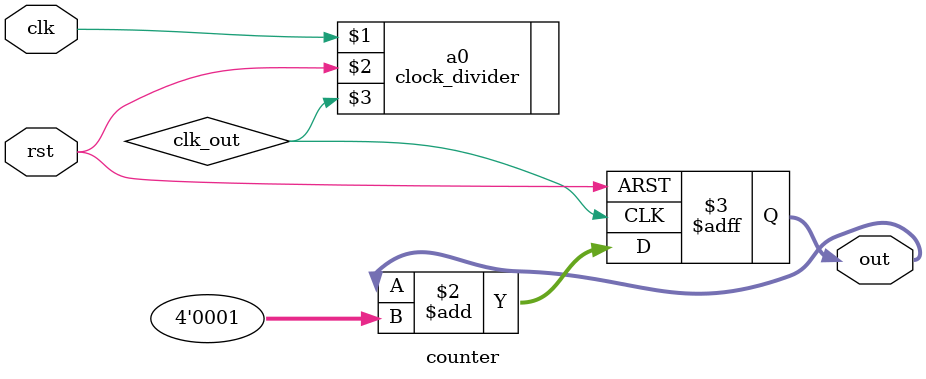
<source format=v>
`timescale 1ns / 1ps
module counter (input clk,      			// Declare input port   
                input rst,              // Declare reset input port  
                output reg[3:0] out);    // Declare output counter  
  
  
  clock_divider a0(clk,rst,clk_out);  
  always @ (posedge clk_out or posedge rst) begin 
	 if (rst)  
		out <= 4'b0;  
	 else
		out <= out + 4'b1;  
  end
  	  
endmodule


</source>
